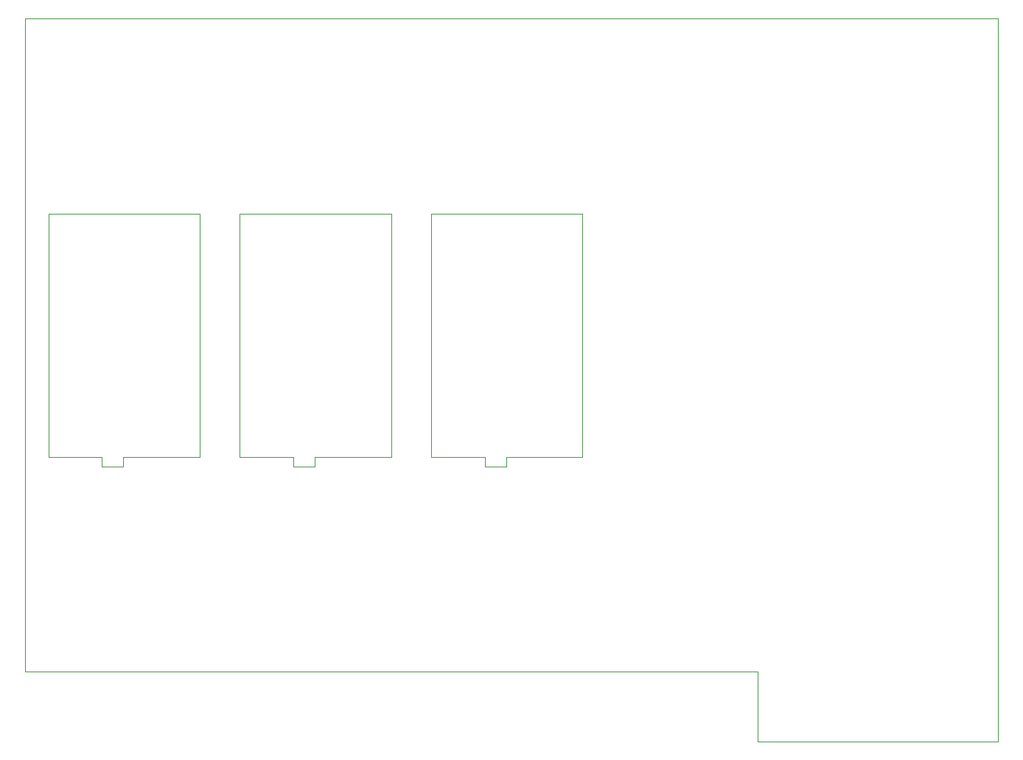
<source format=gbr>
%TF.GenerationSoftware,KiCad,Pcbnew,8.0.1*%
%TF.CreationDate,2024-04-06T11:37:36-04:00*%
%TF.ProjectId,template-card with ESCs,74656d70-6c61-4746-952d-636172642077,rev?*%
%TF.SameCoordinates,Original*%
%TF.FileFunction,Profile,NP*%
%FSLAX46Y46*%
G04 Gerber Fmt 4.6, Leading zero omitted, Abs format (unit mm)*
G04 Created by KiCad (PCBNEW 8.0.1) date 2024-04-06 11:37:36*
%MOMM*%
%LPD*%
G01*
G04 APERTURE LIST*
%TA.AperFunction,Profile*%
%ADD10C,0.100000*%
%TD*%
G04 APERTURE END LIST*
D10*
X127756000Y-47420000D02*
X127756000Y-75360000D01*
X105756000Y-75360000D02*
X105656000Y-75360000D01*
X88384000Y-75360000D02*
X88384000Y-47420000D01*
X88384000Y-47420000D02*
X105756000Y-47420000D01*
X116500000Y-75360000D02*
X116500000Y-76500000D01*
X105756000Y-47420000D02*
X105756000Y-75360000D01*
X132384000Y-47420000D02*
X149756000Y-47420000D01*
X138500000Y-75360000D02*
X138500000Y-76500000D01*
X127756000Y-75360000D02*
X119000000Y-75360000D01*
X97000000Y-75360000D02*
X97000000Y-76500000D01*
X110384000Y-75360000D02*
X110384000Y-47420000D01*
X197500000Y-108042000D02*
X169860000Y-108042000D01*
X197500000Y-108042000D02*
X197500000Y-100000000D01*
X149756000Y-75360000D02*
X141000000Y-75360000D01*
X94500000Y-75360000D02*
X88384000Y-75360000D01*
X110384000Y-47420000D02*
X127756000Y-47420000D01*
X85680000Y-100000000D02*
X85680000Y-25000000D01*
X97000000Y-76500000D02*
X94500000Y-76500000D01*
X141000000Y-76500000D02*
X138500000Y-76500000D01*
X85680000Y-25000000D02*
X197500000Y-25000000D01*
X141000000Y-75360000D02*
X141000000Y-76500000D01*
X119000000Y-75360000D02*
X119000000Y-76500000D01*
X132384000Y-75360000D02*
X132384000Y-47420000D01*
X149756000Y-47420000D02*
X149756000Y-75360000D01*
X105656000Y-75360000D02*
X97000000Y-75360000D01*
X116500000Y-75360000D02*
X110384000Y-75360000D01*
X119000000Y-76500000D02*
X116500000Y-76500000D01*
X138500000Y-75360000D02*
X132384000Y-75360000D01*
X169860000Y-100000000D02*
X85680000Y-100000000D01*
X197500000Y-100000000D02*
X197500000Y-25000000D01*
X94500000Y-75360000D02*
X94500000Y-76500000D01*
X169860000Y-108042000D02*
X169860000Y-100000000D01*
M02*

</source>
